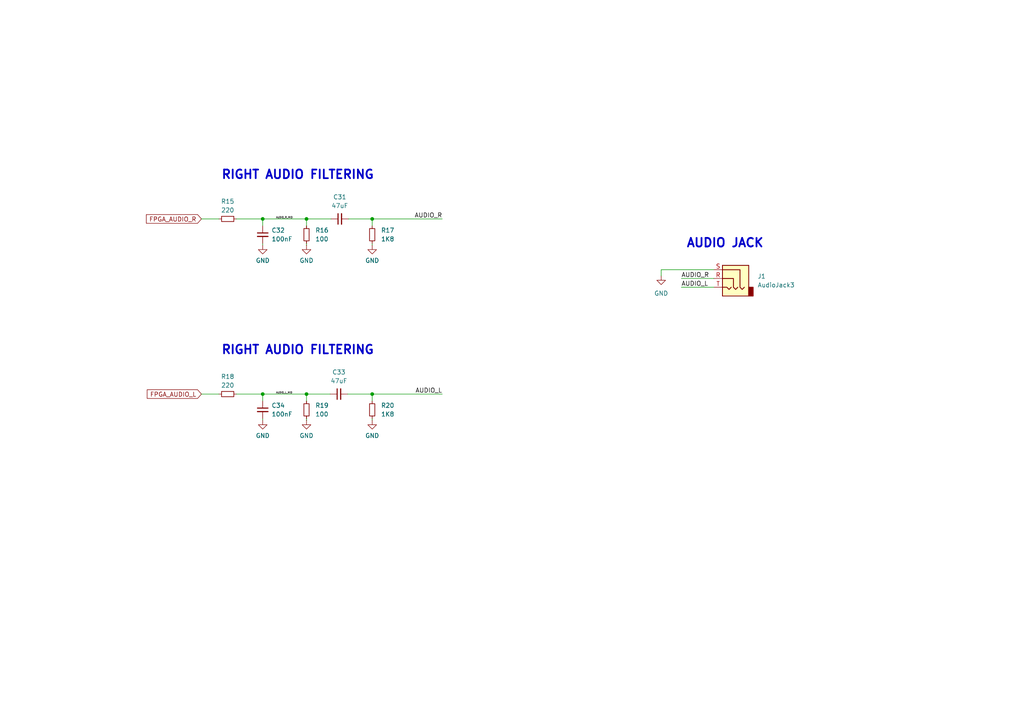
<source format=kicad_sch>
(kicad_sch (version 20231120) (generator "eeschema") (generator_version "8.0")
  (paper "A4")
  (title_block (title "vaudeo") (date "2025-01-22") (rev "Rev A") (comment 1 "A video and audeo board") (comment 3 "https://github.com/oricomp/vaudeo") (comment 4 "Created by Jacob Long"))
  (lib_symbols
    (symbol "Connector_Audio:AudioJack3"
      (property "Reference" "J" (at 0 8.89 0))
      (property "Value" "AudioJack3" (at 0 6.35 0))
      (symbol "AudioJack3_0_1"
        (rectangle (start -5.08 -5.08) (end -6.35 -2.54) (stroke (width 0.254)) (fill (type outline)))
        (polyline (pts (xy 0 -2.54) (xy 0.635 -3.175) (xy 1.27 -2.54) (xy 2.54 -2.54)) (stroke (width 0.254)))
        (polyline (pts (xy -1.905 -2.54) (xy -1.27 -3.175) (xy -0.635 -2.54) (xy -0.635 0) (xy 2.54 0)) (stroke (width 0.254)))
        (polyline (pts (xy 2.54 2.54) (xy -2.54 2.54) (xy -2.54 -2.54) (xy -3.175 -3.175) (xy -3.81 -2.54)) (stroke (width 0.254)))
        (rectangle (start 2.54 3.81) (end -5.08 -5.08) (stroke (width 0.254)) (fill (type background)))
      )
      (symbol "AudioJack3_1_1"
        (pin passive line (at 5.08 0 180) (length 2.54) (name "~") (number "R"))
        (pin passive line (at 5.08 2.54 180) (length 2.54) (name "~") (number "S"))
        (pin passive line (at 5.08 -2.54 180) (length 2.54) (name "~") (number "T"))
      )
    )
    (symbol "Device:C_Small" (pin_numbers hide) (pin_names (offset 0.254) hide)
      (property "Reference" "C" (at 0.254 1.778 0))
      (property "Value" "C_Small" (at 0.254 -2.032 0))
      (symbol "C_Small_0_1"
        (polyline (pts (xy -1.524 -0.508) (xy 1.524 -0.508)) (stroke (width 0.3302)))
        (polyline (pts (xy -1.524 0.508) (xy 1.524 0.508)) (stroke (width 0.3048)))
      )
      (symbol "C_Small_1_1"
        (pin passive line (at 0 2.54 270) (length 2.032) (name "~") (number "1"))
        (pin passive line (at 0 -2.54 90) (length 2.032) (name "~") (number "2"))
      )
    )
    (symbol "Device:R_Small" (pin_numbers hide) (pin_names (offset 0.254) hide)
      (property "Reference" "R" (at 0.762 0.508 0))
      (property "Value" "R_Small" (at 0.762 -1.016 0))
      (symbol "R_Small_0_1"
        (rectangle (start -0.762 1.778) (end 0.762 -1.778) (stroke (width 0.2032)))
      )
      (symbol "R_Small_1_1"
        (pin passive line (at 0 2.54 270) (length 0.762) (name "~") (number "1"))
        (pin passive line (at 0 -2.54 90) (length 0.762) (name "~") (number "2"))
      )
    )
    (symbol "power:GND" (power) (pin_numbers hide) (pin_names (offset 0) hide)
      (property "Value" "GND" (at 0 -3.81 0))
      (symbol "GND_0_1"
        (polyline (pts (xy 0 0) (xy 0 -1.27) (xy 1.27 -1.27) (xy 0 -2.54) (xy -1.27 -1.27) (xy 0 -1.27)))
      )
      (symbol "GND_1_1"
        (pin power_in line (at 0 0 270) (length 0) (name "~") (number "1"))
      )
    )
  )
  (junction (at 107.95 114.3))
  (junction (at 107.95 63.5))
  (junction (at 76.2 114.3))
  (junction (at 88.9 63.5))
  (junction (at 76.2 63.5))
  (junction (at 88.9 114.3))
  (wire (pts (xy 128.27 63.5) (xy 107.95 63.5)))
  (wire (pts (xy 101.092 63.5) (xy 107.95 63.5)))
  (wire (pts (xy 107.95 63.5) (xy 107.95 65.532)))
  (wire (pts (xy 76.2 63.5) (xy 88.9 63.5)))
  (wire (pts (xy 88.9 114.3) (xy 88.9 116.332)))
  (wire (pts (xy 76.2 114.3) (xy 88.9 114.3)))
  (wire (pts (xy 107.95 71.12) (xy 107.95 70.612)))
  (wire (pts (xy 88.9 71.12) (xy 88.9 70.612)))
  (wire (pts (xy 197.612 80.772) (xy 207.01 80.772)))
  (wire (pts (xy 197.612 83.312) (xy 207.01 83.312)))
  (wire (pts (xy 107.95 114.3) (xy 107.95 116.332)))
  (wire (pts (xy 100.838 114.3) (xy 107.95 114.3)))
  (wire (pts (xy 58.42 114.3) (xy 63.5 114.3)))
  (wire (pts (xy 207.01 78.232) (xy 191.77 78.232)))
  (wire (pts (xy 68.58 63.5) (xy 76.2 63.5)))
  (wire (pts (xy 88.9 63.5) (xy 96.012 63.5)))
  (wire (pts (xy 88.9 114.3) (xy 95.758 114.3)))
  (wire (pts (xy 76.2 71.12) (xy 76.2 70.612)))
  (wire (pts (xy 128.27 114.3) (xy 107.95 114.3)))
  (wire (pts (xy 58.42 63.5) (xy 63.5 63.5)))
  (wire (pts (xy 88.9 63.5) (xy 88.9 65.532)))
  (wire (pts (xy 88.9 121.92) (xy 88.9 121.412)))
  (wire (pts (xy 76.2 121.92) (xy 76.2 121.412)))
  (wire (pts (xy 191.77 78.232) (xy 191.77 80.01)))
  (wire (pts (xy 68.58 114.3) (xy 76.2 114.3)))
  (wire (pts (xy 76.2 114.3) (xy 76.2 116.332)))
  (wire (pts (xy 107.95 121.92) (xy 107.95 121.412)))
  (wire (pts (xy 76.2 63.5) (xy 76.2 65.532)))
  (text "AUDIO JACK" (at 210.312 70.612 0) (effects (font (size 2.5 2.5) (thickness 0.5) (bold yes))))
  (text "RIGHT AUDIO FILTERING" (at 86.36 101.6 0) (effects (font (size 2.5 2.5) (thickness 0.5) (bold yes))))
  (text "RIGHT AUDIO FILTERING" (at 86.36 50.8 0) (effects (font (size 2.5 2.5) (thickness 0.5) (bold yes))))
  (label "AUDIO_R" (at 128.27 63.5 180))
  (label "AUDIO_L" (at 197.612 83.312 0))
  (label "AUDIO_L" (at 128.27 114.3 180))
  (label "AUDIO_R" (at 197.612 80.772 0))
  (label "AUDIO_R_MID" (at 80.01 63.5 0) (effects (font (size 0.5 0.5) (bold yes))))
  (label "AUDIO_L_MID" (at 80.01 114.3 0) (effects (font (size 0.5 0.5) (bold yes))))
  (global_label "FPGA_AUDIO_R" (shape input) (at 58.42 63.5 180) (property "Intersheetrefs" "${INTERSHEET_REFS}" (effects (hide yes))))
  (global_label "FPGA_AUDIO_L" (shape input) (at 58.42 114.3 180) (property "Intersheetrefs" "${INTERSHEET_REFS}" (effects (hide yes))))
  (symbol (lib_id "power:GND") (at 191.77 80.01 0) (unit 1)
    (property "Reference" "#PWR042" (effects (hide yes)))
    (property "Value" "GND" (at 191.77 85.09 0))
    (property "Description" "Power symbol creates a global label with name \"GND\" , ground" (effects (hide yes)))
  )
  (symbol (lib_id "Device:C_Small") (at 76.2 118.872 0) (unit 1)
    (property "Reference" "C34" (at 78.74 117.6082 0) (effects (justify left)))
    (property "Value" "100nF" (at 78.74 120.1482 0) (effects (justify left)))
    (property "Footprint" "Capacitor_SMD:C_0805_2012Metric_Pad1.18x1.45mm_HandSolder" (effects (hide yes)))
    (property "Description" "Unpolarized capacitor, small symbol" (effects (hide yes)))
    (property "DigiKey" "https://www.digikey.com/en/products/detail/kyocera-avx/KGM21NR71H104KT/563505" (effects (hide yes)))
  )
  (symbol (lib_id "Device:R_Small") (at 88.9 118.872 180) (unit 1)
    (property "Reference" "R19" (at 91.44 117.6019 0) (effects (justify right)))
    (property "Value" "100" (at 91.44 120.1419 0) (effects (justify right)))
    (property "Footprint" "Resistor_SMD:R_0805_2012Metric_Pad1.20x1.40mm_HandSolder" (effects (hide yes)))
    (property "Description" "Resistor, small symbol" (effects (hide yes)))
    (property "DigiKey" "https://www.digikey.com/en/products/detail/stackpole-electronics-inc/RNCP0805FTD100R/2240209" (effects (hide yes)))
  )
  (symbol (lib_id "Device:C_Small") (at 98.298 114.3 90) (unit 1)
    (property "Reference" "C33" (at 98.3043 107.95 90))
    (property "Value" "47uF" (at 98.3043 110.49 90))
    (property "Footprint" "Capacitor_SMD:C_0805_2012Metric_Pad1.18x1.45mm_HandSolder" (effects (hide yes)))
    (property "Description" "Unpolarized capacitor, small symbol" (effects (hide yes)))
    (property "DigiKey" "https://www.digikey.com/en/products/detail/murata-electronics/GRM21BR61A476ME15L/4905529" (effects (hide yes)))
  )
  (symbol (lib_id "Device:R_Small") (at 88.9 68.072 180) (unit 1)
    (property "Reference" "R16" (at 91.44 66.8019 0) (effects (justify right)))
    (property "Value" "100" (at 91.44 69.3419 0) (effects (justify right)))
    (property "Footprint" "Resistor_SMD:R_0805_2012Metric_Pad1.20x1.40mm_HandSolder" (effects (hide yes)))
    (property "Description" "Resistor, small symbol" (effects (hide yes)))
    (property "DigiKey" "https://www.digikey.com/en/products/detail/stackpole-electronics-inc/RNCP0805FTD100R/2240209" (effects (hide yes)))
  )
  (symbol (lib_id "Device:R_Small") (at 107.95 68.072 180) (unit 1)
    (property "Reference" "R17" (at 110.49 66.8019 0) (effects (justify right)))
    (property "Value" "1K8" (at 110.49 69.3419 0) (effects (justify right)))
    (property "Footprint" "Resistor_SMD:R_0805_2012Metric_Pad1.20x1.40mm_HandSolder" (effects (hide yes)))
    (property "Description" "Resistor, small symbol" (effects (hide yes)))
    (property "DigiKey" "https://www.digikey.com/en/products/detail/koa-speer-electronics-inc/RK73B2ATTD182J/10236541" (effects (hide yes)))
  )
  (symbol (lib_id "Device:R_Small") (at 66.04 114.3 90) (unit 1)
    (property "Reference" "R18" (at 66.04 109.22 90))
    (property "Value" "220" (at 66.04 111.76 90))
    (property "Footprint" "Resistor_SMD:R_0805_2012Metric_Pad1.20x1.40mm_HandSolder" (effects (hide yes)))
    (property "Description" "Resistor, small symbol" (effects (hide yes)))
    (property "DigiKey" "https://www.digikey.com/en/products/detail/koa-speer-electronics-inc/RK73B2ATTD221J/10236562" (effects (hide yes)))
  )
  (symbol (lib_id "Device:R_Small") (at 66.04 63.5 90) (unit 1)
    (property "Reference" "R15" (at 66.04 58.42 90))
    (property "Value" "220" (at 66.04 60.96 90))
    (property "Footprint" "Resistor_SMD:R_0805_2012Metric_Pad1.20x1.40mm_HandSolder" (effects (hide yes)))
    (property "Description" "Resistor, small symbol" (effects (hide yes)))
    (property "DigiKey" "https://www.digikey.com/en/products/detail/koa-speer-electronics-inc/RK73B2ATTD221J/10236562" (effects (hide yes)))
  )
  (symbol (lib_id "Device:R_Small") (at 107.95 118.872 180) (unit 1)
    (property "Reference" "R20" (at 110.49 117.6019 0) (effects (justify right)))
    (property "Value" "1K8" (at 110.49 120.1419 0) (effects (justify right)))
    (property "Footprint" "Resistor_SMD:R_0805_2012Metric_Pad1.20x1.40mm_HandSolder" (effects (hide yes)))
    (property "Description" "Resistor, small symbol" (effects (hide yes)))
    (property "DigiKey" "https://www.digikey.com/en/products/detail/koa-speer-electronics-inc/RK73B2ATTD182J/10236541" (effects (hide yes)))
  )
  (symbol (lib_id "power:GND") (at 76.2 121.92 0) (unit 1)
    (property "Reference" "#PWR043" (effects (hide yes)))
    (property "Value" "GND" (at 76.2 126.365 0))
    (property "Description" "Power symbol creates a global label with name \"GND\" , ground" (effects (hide yes)))
  )
  (symbol (lib_id "Device:C_Small") (at 98.552 63.5 90) (unit 1)
    (property "Reference" "C31" (at 98.5583 57.15 90))
    (property "Value" "47uF" (at 98.5583 59.69 90))
    (property "Footprint" "Capacitor_SMD:C_0805_2012Metric_Pad1.18x1.45mm_HandSolder" (effects (hide yes)))
    (property "Description" "Unpolarized capacitor, small symbol" (effects (hide yes)))
    (property "DigiKey" "https://www.digikey.com/en/products/detail/murata-electronics/GRM21BR61A476ME15L/4905529" (effects (hide yes)))
  )
  (symbol (lib_id "power:GND") (at 88.9 121.92 0) (unit 1)
    (property "Reference" "#PWR044" (effects (hide yes)))
    (property "Value" "GND" (at 88.9 126.365 0))
    (property "Description" "Power symbol creates a global label with name \"GND\" , ground" (effects (hide yes)))
  )
  (symbol (lib_id "power:GND") (at 76.2 71.12 0) (unit 1)
    (property "Reference" "#PWR039" (effects (hide yes)))
    (property "Value" "GND" (at 76.2 75.565 0))
    (property "Description" "Power symbol creates a global label with name \"GND\" , ground" (effects (hide yes)))
  )
  (symbol (lib_id "power:GND") (at 107.95 121.92 0) (unit 1)
    (property "Reference" "#PWR045" (effects (hide yes)))
    (property "Value" "GND" (at 107.95 126.365 0))
    (property "Description" "Power symbol creates a global label with name \"GND\" , ground" (effects (hide yes)))
  )
  (symbol (lib_id "Connector_Audio:AudioJack3") (at 212.09 80.772 0) (mirror y) (unit 1)
    (property "Reference" "J1" (at 219.71 80.1369 0) (effects (justify right)))
    (property "Value" "AudioJack3" (at 219.71 82.6769 0) (effects (justify right)))
    (property "Footprint" "Connector_Audio:Jack_3.5mm_CUI_SJ-3523-SMT_Horizontal" (effects (hide yes)))
    (property "Datasheet" "https://www.cuidevices.com/product/resource/sj-252x-smt.pdf" (effects (hide yes)))
    (property "Description" "Audio Jack, 3 Poles (Stereo / TRS)" (effects (hide yes)))
    (property "DigiKey" "https://www.digikey.com/en/products/detail/cui-devices/SJ-2523-SMT-TR/281300" (effects (hide yes)))
  )
  (symbol (lib_id "power:GND") (at 88.9 71.12 0) (unit 1)
    (property "Reference" "#PWR040" (effects (hide yes)))
    (property "Value" "GND" (at 88.9 75.565 0))
    (property "Description" "Power symbol creates a global label with name \"GND\" , ground" (effects (hide yes)))
  )
  (symbol (lib_id "Device:C_Small") (at 76.2 68.072 0) (unit 1)
    (property "Reference" "C32" (at 78.74 66.8082 0) (effects (justify left)))
    (property "Value" "100nF" (at 78.74 69.3482 0) (effects (justify left)))
    (property "Footprint" "Capacitor_SMD:C_0805_2012Metric_Pad1.18x1.45mm_HandSolder" (effects (hide yes)))
    (property "Description" "Unpolarized capacitor, small symbol" (effects (hide yes)))
    (property "DigiKey" "https://www.digikey.com/en/products/detail/kyocera-avx/KGM21NR71H104KT/563505" (effects (hide yes)))
  )
  (symbol (lib_id "power:GND") (at 107.95 71.12 0) (unit 1)
    (property "Reference" "#PWR041" (effects (hide yes)))
    (property "Value" "GND" (at 107.95 75.565 0))
    (property "Description" "Power symbol creates a global label with name \"GND\" , ground" (effects (hide yes)))
  )
)
</source>
